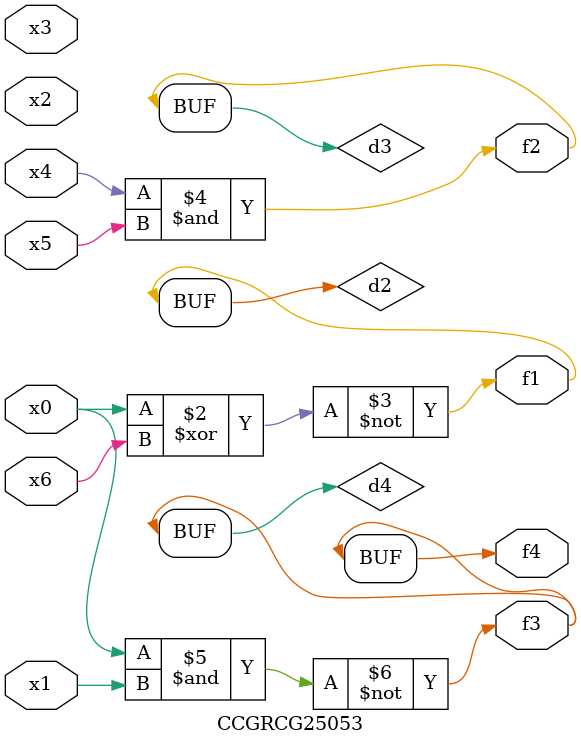
<source format=v>
module CCGRCG25053(
	input x0, x1, x2, x3, x4, x5, x6,
	output f1, f2, f3, f4
);

	wire d1, d2, d3, d4;

	nor (d1, x0);
	xnor (d2, x0, x6);
	and (d3, x4, x5);
	nand (d4, x0, x1);
	assign f1 = d2;
	assign f2 = d3;
	assign f3 = d4;
	assign f4 = d4;
endmodule

</source>
